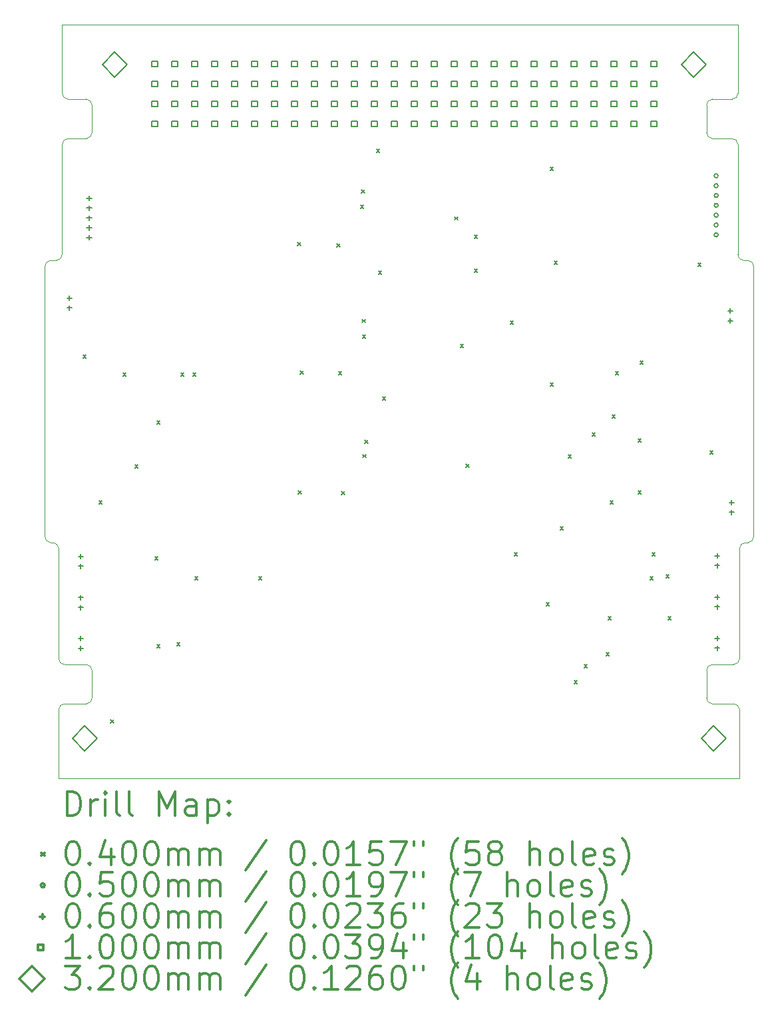
<source format=gbr>
%FSLAX45Y45*%
G04 Gerber Fmt 4.5, Leading zero omitted, Abs format (unit mm)*
G04 Created by KiCad (PCBNEW (5.1.10)-1) date 2021-11-07 17:42:40*
%MOMM*%
%LPD*%
G01*
G04 APERTURE LIST*
%TA.AperFunction,Profile*%
%ADD10C,0.050000*%
%TD*%
%ADD11C,0.200000*%
%ADD12C,0.300000*%
G04 APERTURE END LIST*
D10*
X-8722000Y-950000D02*
G75*
G02*
X-8797000Y-875000I0J75000D01*
G01*
X-8492000Y-950000D02*
G75*
G02*
X-8417000Y-1025000I0J-75000D01*
G01*
X-8492000Y-1450000D02*
G75*
G03*
X-8417000Y-1375000I0J75000D01*
G01*
X-8722000Y-1450000D02*
G75*
G03*
X-8797000Y-1525000I0J-75000D01*
G01*
X-525000Y-1450000D02*
G75*
G02*
X-600000Y-1375000I0J75000D01*
G01*
X-277000Y-1450000D02*
G75*
G02*
X-202000Y-1525000I0J-75000D01*
G01*
X-275000Y-950000D02*
G75*
G03*
X-200000Y-875000I0J75000D01*
G01*
X-525000Y-950000D02*
G75*
G03*
X-600000Y-1025000I0J-75000D01*
G01*
X-127000Y-3000000D02*
G75*
G02*
X-202000Y-2925000I0J75000D01*
G01*
X-75000Y-3000000D02*
G75*
G02*
X0Y-3075000I0J-75000D01*
G01*
X-75000Y-6589000D02*
G75*
G03*
X0Y-6514000I0J75000D01*
G01*
X-105000Y-6589000D02*
G75*
G03*
X-180000Y-6664000I0J-75000D01*
G01*
X-8917000Y-6589000D02*
G75*
G02*
X-8842000Y-6664000I0J-75000D01*
G01*
X-8942000Y-6589000D02*
G75*
G02*
X-9017000Y-6514000I0J75000D01*
G01*
X-8942000Y-3000000D02*
G75*
G03*
X-9017000Y-3075000I0J-75000D01*
G01*
X-8872000Y-3000000D02*
G75*
G03*
X-8797000Y-2925000I0J75000D01*
G01*
X-8492000Y-8139000D02*
G75*
G02*
X-8417000Y-8214000I0J-75000D01*
G01*
X-8767000Y-8139000D02*
G75*
G02*
X-8842000Y-8064000I0J75000D01*
G01*
X-8767000Y-8639000D02*
G75*
G03*
X-8842000Y-8714000I0J-75000D01*
G01*
X-8492000Y-8639000D02*
G75*
G03*
X-8417000Y-8564000I0J75000D01*
G01*
X-255000Y-8139000D02*
G75*
G03*
X-180000Y-8064000I0J75000D01*
G01*
X-525000Y-8139000D02*
G75*
G03*
X-600000Y-8214000I0J-75000D01*
G01*
X-525000Y-8639000D02*
G75*
G02*
X-600000Y-8564000I0J75000D01*
G01*
X-255000Y-8639000D02*
G75*
G02*
X-180000Y-8714000I0J-75000D01*
G01*
X-8842000Y-8714000D02*
X-8842000Y-9589000D01*
X-8492000Y-8639000D02*
X-8767000Y-8639000D01*
X-8417000Y-8214000D02*
X-8417000Y-8564000D01*
X-8767000Y-8139000D02*
X-8492000Y-8139000D01*
X-8842000Y-6664000D02*
X-8842000Y-8064000D01*
X-8942000Y-6589000D02*
X-8917000Y-6589000D01*
X-9017000Y-3075000D02*
X-9017000Y-6514000D01*
X-8872000Y-3000000D02*
X-8942000Y-3000000D01*
X-8797000Y-1525000D02*
X-8797000Y-2925000D01*
X-8492000Y-1450000D02*
X-8722000Y-1450000D01*
X-8417000Y-1025000D02*
X-8417000Y-1375000D01*
X-8722000Y-950000D02*
X-8492000Y-950000D01*
X-8797000Y0D02*
X-8797000Y-875000D01*
X-180000Y-8714000D02*
X-180000Y-9589000D01*
X-525000Y-8639000D02*
X-255000Y-8639000D01*
X-600000Y-8214000D02*
X-600000Y-8564000D01*
X-255000Y-8139000D02*
X-525000Y-8139000D01*
X-180000Y-6664000D02*
X-180000Y-8064000D01*
X-75000Y-6589000D02*
X-105000Y-6589000D01*
X0Y-3075000D02*
X0Y-6514000D01*
X-127000Y-3000000D02*
X-75000Y-3000000D01*
X-202000Y-1525000D02*
X-202000Y-2925000D01*
X-525000Y-1450000D02*
X-277000Y-1450000D01*
X-600000Y-1025000D02*
X-600000Y-1375000D01*
X-275000Y-950000D02*
X-525000Y-950000D01*
X-200000Y0D02*
X-200000Y-875000D01*
X-180000Y-9589000D02*
X-8842000Y-9589000D01*
X-8797000Y0D02*
X-200000Y0D01*
D11*
X-8532200Y-4200200D02*
X-8492200Y-4240200D01*
X-8492200Y-4200200D02*
X-8532200Y-4240200D01*
X-8329000Y-6054400D02*
X-8289000Y-6094400D01*
X-8289000Y-6054400D02*
X-8329000Y-6094400D01*
X-8181680Y-8843320D02*
X-8141680Y-8883320D01*
X-8141680Y-8843320D02*
X-8181680Y-8883320D01*
X-8024200Y-4428800D02*
X-7984200Y-4468800D01*
X-7984200Y-4428800D02*
X-8024200Y-4468800D01*
X-7871800Y-5597200D02*
X-7831800Y-5637200D01*
X-7831800Y-5597200D02*
X-7871800Y-5637200D01*
X-7617800Y-6765600D02*
X-7577800Y-6805600D01*
X-7577800Y-6765600D02*
X-7617800Y-6805600D01*
X-7592400Y-5038400D02*
X-7552400Y-5078400D01*
X-7552400Y-5038400D02*
X-7592400Y-5078400D01*
X-7592400Y-7883200D02*
X-7552400Y-7923200D01*
X-7552400Y-7883200D02*
X-7592400Y-7923200D01*
X-7338400Y-7857800D02*
X-7298400Y-7897800D01*
X-7298400Y-7857800D02*
X-7338400Y-7897800D01*
X-7287600Y-4428802D02*
X-7247600Y-4468802D01*
X-7247600Y-4428802D02*
X-7287600Y-4468802D01*
X-7135200Y-4428800D02*
X-7095200Y-4468800D01*
X-7095200Y-4428800D02*
X-7135200Y-4468800D01*
X-7109800Y-7019600D02*
X-7069800Y-7059600D01*
X-7069800Y-7019600D02*
X-7109800Y-7059600D01*
X-6297000Y-7019600D02*
X-6257000Y-7059600D01*
X-6257000Y-7019600D02*
X-6297000Y-7059600D01*
X-5801400Y-2775000D02*
X-5761400Y-2815000D01*
X-5761400Y-2775000D02*
X-5801400Y-2815000D01*
X-5796400Y-5930000D02*
X-5756400Y-5970000D01*
X-5756400Y-5930000D02*
X-5796400Y-5970000D01*
X-5771400Y-4405000D02*
X-5731400Y-4445000D01*
X-5731400Y-4405000D02*
X-5771400Y-4445000D01*
X-5301400Y-2790000D02*
X-5261400Y-2830000D01*
X-5261400Y-2790000D02*
X-5301400Y-2830000D01*
X-5281400Y-4415000D02*
X-5241400Y-4455000D01*
X-5241400Y-4415000D02*
X-5281400Y-4455000D01*
X-5246400Y-5940000D02*
X-5206400Y-5980000D01*
X-5206400Y-5940000D02*
X-5246400Y-5980000D01*
X-5003469Y-2298619D02*
X-4963469Y-2338619D01*
X-4963469Y-2298619D02*
X-5003469Y-2338619D01*
X-4991400Y-2105000D02*
X-4951400Y-2145000D01*
X-4951400Y-2105000D02*
X-4991400Y-2145000D01*
X-4979780Y-3750560D02*
X-4939780Y-3790560D01*
X-4939780Y-3750560D02*
X-4979780Y-3790560D01*
X-4976200Y-3946200D02*
X-4936200Y-3986200D01*
X-4936200Y-3946200D02*
X-4976200Y-3986200D01*
X-4972478Y-5468638D02*
X-4932478Y-5508638D01*
X-4932478Y-5468638D02*
X-4972478Y-5508638D01*
X-4946400Y-5285000D02*
X-4906400Y-5325000D01*
X-4906400Y-5285000D02*
X-4946400Y-5325000D01*
X-4798400Y-1584000D02*
X-4758400Y-1624000D01*
X-4758400Y-1584000D02*
X-4798400Y-1624000D01*
X-4773000Y-3133400D02*
X-4733000Y-3173400D01*
X-4733000Y-3133400D02*
X-4773000Y-3173400D01*
X-4722200Y-4733600D02*
X-4682200Y-4773600D01*
X-4682200Y-4733600D02*
X-4722200Y-4773600D01*
X-3806400Y-2445000D02*
X-3766400Y-2485000D01*
X-3766400Y-2445000D02*
X-3806400Y-2485000D01*
X-3731600Y-4065000D02*
X-3691600Y-4105000D01*
X-3691600Y-4065000D02*
X-3731600Y-4105000D01*
X-3661400Y-5590000D02*
X-3621400Y-5630000D01*
X-3621400Y-5590000D02*
X-3661400Y-5630000D01*
X-3553800Y-2676200D02*
X-3513800Y-2716200D01*
X-3513800Y-2676200D02*
X-3553800Y-2716200D01*
X-3553800Y-3108000D02*
X-3513800Y-3148000D01*
X-3513800Y-3108000D02*
X-3553800Y-3148000D01*
X-3096600Y-3768400D02*
X-3056600Y-3808400D01*
X-3056600Y-3768400D02*
X-3096600Y-3808400D01*
X-3045800Y-6714800D02*
X-3005800Y-6754800D01*
X-3005800Y-6714800D02*
X-3045800Y-6754800D01*
X-2639400Y-7349800D02*
X-2599400Y-7389800D01*
X-2599400Y-7349800D02*
X-2639400Y-7389800D01*
X-2588600Y-4555800D02*
X-2548600Y-4595800D01*
X-2548600Y-4555800D02*
X-2588600Y-4595800D01*
X-2588599Y-1812601D02*
X-2548599Y-1852601D01*
X-2548599Y-1812601D02*
X-2588599Y-1852601D01*
X-2537800Y-3006400D02*
X-2497800Y-3046400D01*
X-2497800Y-3006400D02*
X-2537800Y-3046400D01*
X-2461600Y-6384601D02*
X-2421600Y-6424601D01*
X-2421600Y-6384601D02*
X-2461600Y-6424601D01*
X-2360000Y-5470199D02*
X-2320000Y-5510199D01*
X-2320000Y-5470199D02*
X-2360000Y-5510199D01*
X-2283800Y-8340400D02*
X-2243800Y-8380400D01*
X-2243800Y-8340400D02*
X-2283800Y-8380400D01*
X-2156800Y-8137200D02*
X-2116800Y-8177200D01*
X-2116800Y-8137200D02*
X-2156800Y-8177200D01*
X-2055200Y-5190800D02*
X-2015200Y-5230800D01*
X-2015200Y-5190800D02*
X-2055200Y-5230800D01*
X-1877400Y-7984800D02*
X-1837400Y-8024800D01*
X-1837400Y-7984800D02*
X-1877400Y-8024800D01*
X-1852000Y-7527600D02*
X-1812000Y-7567600D01*
X-1812000Y-7527600D02*
X-1852000Y-7567600D01*
X-1826600Y-6054400D02*
X-1786600Y-6094400D01*
X-1786600Y-6054400D02*
X-1826600Y-6094400D01*
X-1801200Y-4962200D02*
X-1761200Y-5002200D01*
X-1761200Y-4962200D02*
X-1801200Y-5002200D01*
X-1759802Y-4412802D02*
X-1719802Y-4452802D01*
X-1719802Y-4412802D02*
X-1759802Y-4452802D01*
X-1471000Y-5267000D02*
X-1431000Y-5307000D01*
X-1431000Y-5267000D02*
X-1471000Y-5307000D01*
X-1471000Y-5927400D02*
X-1431000Y-5967400D01*
X-1431000Y-5927400D02*
X-1471000Y-5967400D01*
X-1445600Y-4276400D02*
X-1405600Y-4316400D01*
X-1405600Y-4276400D02*
X-1445600Y-4316400D01*
X-1318600Y-7019600D02*
X-1278600Y-7059600D01*
X-1278600Y-7019600D02*
X-1318600Y-7059600D01*
X-1293200Y-6714800D02*
X-1253200Y-6754800D01*
X-1253200Y-6714800D02*
X-1293200Y-6754800D01*
X-1115400Y-6994200D02*
X-1075400Y-7034200D01*
X-1075400Y-6994200D02*
X-1115400Y-7034200D01*
X-1090000Y-7527600D02*
X-1050000Y-7567600D01*
X-1050000Y-7527600D02*
X-1090000Y-7567600D01*
X-709000Y-3031800D02*
X-669000Y-3071800D01*
X-669000Y-3031800D02*
X-709000Y-3071800D01*
X-556600Y-5419400D02*
X-516600Y-5459400D01*
X-516600Y-5419400D02*
X-556600Y-5459400D01*
X-452418Y-1924992D02*
G75*
G03*
X-452418Y-1924992I-25000J0D01*
G01*
X-452418Y-2049992D02*
G75*
G03*
X-452418Y-2049992I-25000J0D01*
G01*
X-452418Y-2174992D02*
G75*
G03*
X-452418Y-2174992I-25000J0D01*
G01*
X-452418Y-2299992D02*
G75*
G03*
X-452418Y-2299992I-25000J0D01*
G01*
X-452418Y-2424992D02*
G75*
G03*
X-452418Y-2424992I-25000J0D01*
G01*
X-452418Y-2549992D02*
G75*
G03*
X-452418Y-2549992I-25000J0D01*
G01*
X-452418Y-2674992D02*
G75*
G03*
X-452418Y-2674992I-25000J0D01*
G01*
X-8703970Y-3448488D02*
X-8703970Y-3508488D01*
X-8733970Y-3478488D02*
X-8673970Y-3478488D01*
X-8703970Y-3573488D02*
X-8703970Y-3633488D01*
X-8733970Y-3603488D02*
X-8673970Y-3603488D01*
X-8561730Y-7777188D02*
X-8561730Y-7837188D01*
X-8591730Y-7807188D02*
X-8531730Y-7807188D01*
X-8561730Y-7902188D02*
X-8561730Y-7962188D01*
X-8591730Y-7932188D02*
X-8531730Y-7932188D01*
X-8560714Y-6734232D02*
X-8560714Y-6794232D01*
X-8590714Y-6764232D02*
X-8530714Y-6764232D01*
X-8560714Y-6859232D02*
X-8560714Y-6919232D01*
X-8590714Y-6889232D02*
X-8530714Y-6889232D01*
X-8560460Y-7256456D02*
X-8560460Y-7316456D01*
X-8590460Y-7286456D02*
X-8530460Y-7286456D01*
X-8560460Y-7381456D02*
X-8560460Y-7441456D01*
X-8590460Y-7411456D02*
X-8530460Y-7411456D01*
X-8453600Y-2179340D02*
X-8453600Y-2239340D01*
X-8483600Y-2209340D02*
X-8423600Y-2209340D01*
X-8453600Y-2304340D02*
X-8453600Y-2364340D01*
X-8483600Y-2334340D02*
X-8423600Y-2334340D01*
X-8453600Y-2429340D02*
X-8453600Y-2489340D01*
X-8483600Y-2459340D02*
X-8423600Y-2459340D01*
X-8453600Y-2554340D02*
X-8453600Y-2614340D01*
X-8483600Y-2584340D02*
X-8423600Y-2584340D01*
X-8453600Y-2679340D02*
X-8453600Y-2739340D01*
X-8483600Y-2709340D02*
X-8423600Y-2709340D01*
X-463956Y-6725342D02*
X-463956Y-6785342D01*
X-493956Y-6755342D02*
X-433956Y-6755342D01*
X-463956Y-6850342D02*
X-463956Y-6910342D01*
X-493956Y-6880342D02*
X-433956Y-6880342D01*
X-463956Y-7250138D02*
X-463956Y-7310138D01*
X-493956Y-7280138D02*
X-433956Y-7280138D01*
X-463956Y-7375138D02*
X-463956Y-7435138D01*
X-493956Y-7405138D02*
X-433956Y-7405138D01*
X-463956Y-7774394D02*
X-463956Y-7834394D01*
X-493956Y-7804394D02*
X-433956Y-7804394D01*
X-463956Y-7899394D02*
X-463956Y-7959394D01*
X-493956Y-7929394D02*
X-433956Y-7929394D01*
X-299552Y-3612282D02*
X-299552Y-3672282D01*
X-329552Y-3642282D02*
X-269552Y-3642282D01*
X-299552Y-3737282D02*
X-299552Y-3797282D01*
X-329552Y-3767282D02*
X-269552Y-3767282D01*
X-280822Y-6047702D02*
X-280822Y-6107702D01*
X-310822Y-6077702D02*
X-250822Y-6077702D01*
X-280822Y-6172702D02*
X-280822Y-6232702D01*
X-310822Y-6202702D02*
X-250822Y-6202702D01*
X-7584644Y-1047536D02*
X-7584644Y-976824D01*
X-7655356Y-976824D01*
X-7655356Y-1047536D01*
X-7584644Y-1047536D01*
X-7584644Y-1301536D02*
X-7584644Y-1230824D01*
X-7655356Y-1230824D01*
X-7655356Y-1301536D01*
X-7584644Y-1301536D01*
X-7584034Y-538266D02*
X-7584034Y-467554D01*
X-7654746Y-467554D01*
X-7654746Y-538266D01*
X-7584034Y-538266D01*
X-7584034Y-792266D02*
X-7584034Y-721554D01*
X-7654746Y-721554D01*
X-7654746Y-792266D01*
X-7584034Y-792266D01*
X-7330644Y-1047536D02*
X-7330644Y-976824D01*
X-7401356Y-976824D01*
X-7401356Y-1047536D01*
X-7330644Y-1047536D01*
X-7330644Y-1301536D02*
X-7330644Y-1230824D01*
X-7401356Y-1230824D01*
X-7401356Y-1301536D01*
X-7330644Y-1301536D01*
X-7330034Y-538266D02*
X-7330034Y-467554D01*
X-7400746Y-467554D01*
X-7400746Y-538266D01*
X-7330034Y-538266D01*
X-7330034Y-792266D02*
X-7330034Y-721554D01*
X-7400746Y-721554D01*
X-7400746Y-792266D01*
X-7330034Y-792266D01*
X-7076644Y-1047536D02*
X-7076644Y-976824D01*
X-7147356Y-976824D01*
X-7147356Y-1047536D01*
X-7076644Y-1047536D01*
X-7076644Y-1301536D02*
X-7076644Y-1230824D01*
X-7147356Y-1230824D01*
X-7147356Y-1301536D01*
X-7076644Y-1301536D01*
X-7076034Y-538266D02*
X-7076034Y-467554D01*
X-7146746Y-467554D01*
X-7146746Y-538266D01*
X-7076034Y-538266D01*
X-7076034Y-792266D02*
X-7076034Y-721554D01*
X-7146746Y-721554D01*
X-7146746Y-792266D01*
X-7076034Y-792266D01*
X-6822644Y-1047536D02*
X-6822644Y-976824D01*
X-6893356Y-976824D01*
X-6893356Y-1047536D01*
X-6822644Y-1047536D01*
X-6822644Y-1301536D02*
X-6822644Y-1230824D01*
X-6893356Y-1230824D01*
X-6893356Y-1301536D01*
X-6822644Y-1301536D01*
X-6822034Y-538266D02*
X-6822034Y-467554D01*
X-6892746Y-467554D01*
X-6892746Y-538266D01*
X-6822034Y-538266D01*
X-6822034Y-792266D02*
X-6822034Y-721554D01*
X-6892746Y-721554D01*
X-6892746Y-792266D01*
X-6822034Y-792266D01*
X-6568644Y-1047536D02*
X-6568644Y-976824D01*
X-6639356Y-976824D01*
X-6639356Y-1047536D01*
X-6568644Y-1047536D01*
X-6568644Y-1301536D02*
X-6568644Y-1230824D01*
X-6639356Y-1230824D01*
X-6639356Y-1301536D01*
X-6568644Y-1301536D01*
X-6568034Y-538266D02*
X-6568034Y-467554D01*
X-6638746Y-467554D01*
X-6638746Y-538266D01*
X-6568034Y-538266D01*
X-6568034Y-792266D02*
X-6568034Y-721554D01*
X-6638746Y-721554D01*
X-6638746Y-792266D01*
X-6568034Y-792266D01*
X-6314644Y-1047536D02*
X-6314644Y-976824D01*
X-6385356Y-976824D01*
X-6385356Y-1047536D01*
X-6314644Y-1047536D01*
X-6314644Y-1301536D02*
X-6314644Y-1230824D01*
X-6385356Y-1230824D01*
X-6385356Y-1301536D01*
X-6314644Y-1301536D01*
X-6314034Y-538266D02*
X-6314034Y-467554D01*
X-6384746Y-467554D01*
X-6384746Y-538266D01*
X-6314034Y-538266D01*
X-6314034Y-792266D02*
X-6314034Y-721554D01*
X-6384746Y-721554D01*
X-6384746Y-792266D01*
X-6314034Y-792266D01*
X-6060644Y-1047536D02*
X-6060644Y-976824D01*
X-6131356Y-976824D01*
X-6131356Y-1047536D01*
X-6060644Y-1047536D01*
X-6060644Y-1301536D02*
X-6060644Y-1230824D01*
X-6131356Y-1230824D01*
X-6131356Y-1301536D01*
X-6060644Y-1301536D01*
X-6060034Y-538266D02*
X-6060034Y-467554D01*
X-6130746Y-467554D01*
X-6130746Y-538266D01*
X-6060034Y-538266D01*
X-6060034Y-792266D02*
X-6060034Y-721554D01*
X-6130746Y-721554D01*
X-6130746Y-792266D01*
X-6060034Y-792266D01*
X-5806644Y-1047536D02*
X-5806644Y-976824D01*
X-5877356Y-976824D01*
X-5877356Y-1047536D01*
X-5806644Y-1047536D01*
X-5806644Y-1301536D02*
X-5806644Y-1230824D01*
X-5877356Y-1230824D01*
X-5877356Y-1301536D01*
X-5806644Y-1301536D01*
X-5806034Y-538266D02*
X-5806034Y-467554D01*
X-5876746Y-467554D01*
X-5876746Y-538266D01*
X-5806034Y-538266D01*
X-5806034Y-792266D02*
X-5806034Y-721554D01*
X-5876746Y-721554D01*
X-5876746Y-792266D01*
X-5806034Y-792266D01*
X-5552644Y-1047536D02*
X-5552644Y-976824D01*
X-5623356Y-976824D01*
X-5623356Y-1047536D01*
X-5552644Y-1047536D01*
X-5552644Y-1301536D02*
X-5552644Y-1230824D01*
X-5623356Y-1230824D01*
X-5623356Y-1301536D01*
X-5552644Y-1301536D01*
X-5552034Y-538266D02*
X-5552034Y-467554D01*
X-5622746Y-467554D01*
X-5622746Y-538266D01*
X-5552034Y-538266D01*
X-5552034Y-792266D02*
X-5552034Y-721554D01*
X-5622746Y-721554D01*
X-5622746Y-792266D01*
X-5552034Y-792266D01*
X-5298644Y-1047536D02*
X-5298644Y-976824D01*
X-5369356Y-976824D01*
X-5369356Y-1047536D01*
X-5298644Y-1047536D01*
X-5298644Y-1301536D02*
X-5298644Y-1230824D01*
X-5369356Y-1230824D01*
X-5369356Y-1301536D01*
X-5298644Y-1301536D01*
X-5298034Y-538266D02*
X-5298034Y-467554D01*
X-5368746Y-467554D01*
X-5368746Y-538266D01*
X-5298034Y-538266D01*
X-5298034Y-792266D02*
X-5298034Y-721554D01*
X-5368746Y-721554D01*
X-5368746Y-792266D01*
X-5298034Y-792266D01*
X-5044644Y-1047536D02*
X-5044644Y-976824D01*
X-5115356Y-976824D01*
X-5115356Y-1047536D01*
X-5044644Y-1047536D01*
X-5044644Y-1301536D02*
X-5044644Y-1230824D01*
X-5115356Y-1230824D01*
X-5115356Y-1301536D01*
X-5044644Y-1301536D01*
X-5044034Y-538266D02*
X-5044034Y-467554D01*
X-5114746Y-467554D01*
X-5114746Y-538266D01*
X-5044034Y-538266D01*
X-5044034Y-792266D02*
X-5044034Y-721554D01*
X-5114746Y-721554D01*
X-5114746Y-792266D01*
X-5044034Y-792266D01*
X-4790644Y-1047536D02*
X-4790644Y-976824D01*
X-4861356Y-976824D01*
X-4861356Y-1047536D01*
X-4790644Y-1047536D01*
X-4790644Y-1301536D02*
X-4790644Y-1230824D01*
X-4861356Y-1230824D01*
X-4861356Y-1301536D01*
X-4790644Y-1301536D01*
X-4790034Y-538266D02*
X-4790034Y-467554D01*
X-4860746Y-467554D01*
X-4860746Y-538266D01*
X-4790034Y-538266D01*
X-4790034Y-792266D02*
X-4790034Y-721554D01*
X-4860746Y-721554D01*
X-4860746Y-792266D01*
X-4790034Y-792266D01*
X-4536644Y-1047536D02*
X-4536644Y-976824D01*
X-4607356Y-976824D01*
X-4607356Y-1047536D01*
X-4536644Y-1047536D01*
X-4536644Y-1301536D02*
X-4536644Y-1230824D01*
X-4607356Y-1230824D01*
X-4607356Y-1301536D01*
X-4536644Y-1301536D01*
X-4536034Y-538266D02*
X-4536034Y-467554D01*
X-4606746Y-467554D01*
X-4606746Y-538266D01*
X-4536034Y-538266D01*
X-4536034Y-792266D02*
X-4536034Y-721554D01*
X-4606746Y-721554D01*
X-4606746Y-792266D01*
X-4536034Y-792266D01*
X-4282644Y-1047536D02*
X-4282644Y-976824D01*
X-4353356Y-976824D01*
X-4353356Y-1047536D01*
X-4282644Y-1047536D01*
X-4282644Y-1301536D02*
X-4282644Y-1230824D01*
X-4353356Y-1230824D01*
X-4353356Y-1301536D01*
X-4282644Y-1301536D01*
X-4282034Y-538266D02*
X-4282034Y-467554D01*
X-4352746Y-467554D01*
X-4352746Y-538266D01*
X-4282034Y-538266D01*
X-4282034Y-792266D02*
X-4282034Y-721554D01*
X-4352746Y-721554D01*
X-4352746Y-792266D01*
X-4282034Y-792266D01*
X-4028644Y-1047536D02*
X-4028644Y-976824D01*
X-4099356Y-976824D01*
X-4099356Y-1047536D01*
X-4028644Y-1047536D01*
X-4028644Y-1301536D02*
X-4028644Y-1230824D01*
X-4099356Y-1230824D01*
X-4099356Y-1301536D01*
X-4028644Y-1301536D01*
X-4028034Y-538266D02*
X-4028034Y-467554D01*
X-4098746Y-467554D01*
X-4098746Y-538266D01*
X-4028034Y-538266D01*
X-4028034Y-792266D02*
X-4028034Y-721554D01*
X-4098746Y-721554D01*
X-4098746Y-792266D01*
X-4028034Y-792266D01*
X-3774644Y-1047536D02*
X-3774644Y-976824D01*
X-3845356Y-976824D01*
X-3845356Y-1047536D01*
X-3774644Y-1047536D01*
X-3774644Y-1301536D02*
X-3774644Y-1230824D01*
X-3845356Y-1230824D01*
X-3845356Y-1301536D01*
X-3774644Y-1301536D01*
X-3774034Y-538266D02*
X-3774034Y-467554D01*
X-3844746Y-467554D01*
X-3844746Y-538266D01*
X-3774034Y-538266D01*
X-3774034Y-792266D02*
X-3774034Y-721554D01*
X-3844746Y-721554D01*
X-3844746Y-792266D01*
X-3774034Y-792266D01*
X-3520644Y-1047536D02*
X-3520644Y-976824D01*
X-3591356Y-976824D01*
X-3591356Y-1047536D01*
X-3520644Y-1047536D01*
X-3520644Y-1301536D02*
X-3520644Y-1230824D01*
X-3591356Y-1230824D01*
X-3591356Y-1301536D01*
X-3520644Y-1301536D01*
X-3520034Y-538266D02*
X-3520034Y-467554D01*
X-3590746Y-467554D01*
X-3590746Y-538266D01*
X-3520034Y-538266D01*
X-3520034Y-792266D02*
X-3520034Y-721554D01*
X-3590746Y-721554D01*
X-3590746Y-792266D01*
X-3520034Y-792266D01*
X-3266644Y-1047536D02*
X-3266644Y-976824D01*
X-3337356Y-976824D01*
X-3337356Y-1047536D01*
X-3266644Y-1047536D01*
X-3266644Y-1301536D02*
X-3266644Y-1230824D01*
X-3337356Y-1230824D01*
X-3337356Y-1301536D01*
X-3266644Y-1301536D01*
X-3266034Y-538266D02*
X-3266034Y-467554D01*
X-3336746Y-467554D01*
X-3336746Y-538266D01*
X-3266034Y-538266D01*
X-3266034Y-792266D02*
X-3266034Y-721554D01*
X-3336746Y-721554D01*
X-3336746Y-792266D01*
X-3266034Y-792266D01*
X-3012644Y-1047536D02*
X-3012644Y-976824D01*
X-3083356Y-976824D01*
X-3083356Y-1047536D01*
X-3012644Y-1047536D01*
X-3012644Y-1301536D02*
X-3012644Y-1230824D01*
X-3083356Y-1230824D01*
X-3083356Y-1301536D01*
X-3012644Y-1301536D01*
X-3012034Y-538266D02*
X-3012034Y-467554D01*
X-3082746Y-467554D01*
X-3082746Y-538266D01*
X-3012034Y-538266D01*
X-3012034Y-792266D02*
X-3012034Y-721554D01*
X-3082746Y-721554D01*
X-3082746Y-792266D01*
X-3012034Y-792266D01*
X-2758644Y-1047536D02*
X-2758644Y-976824D01*
X-2829356Y-976824D01*
X-2829356Y-1047536D01*
X-2758644Y-1047536D01*
X-2758644Y-1301536D02*
X-2758644Y-1230824D01*
X-2829356Y-1230824D01*
X-2829356Y-1301536D01*
X-2758644Y-1301536D01*
X-2758034Y-538266D02*
X-2758034Y-467554D01*
X-2828746Y-467554D01*
X-2828746Y-538266D01*
X-2758034Y-538266D01*
X-2758034Y-792266D02*
X-2758034Y-721554D01*
X-2828746Y-721554D01*
X-2828746Y-792266D01*
X-2758034Y-792266D01*
X-2504644Y-1047536D02*
X-2504644Y-976824D01*
X-2575356Y-976824D01*
X-2575356Y-1047536D01*
X-2504644Y-1047536D01*
X-2504644Y-1301536D02*
X-2504644Y-1230824D01*
X-2575356Y-1230824D01*
X-2575356Y-1301536D01*
X-2504644Y-1301536D01*
X-2504034Y-538266D02*
X-2504034Y-467554D01*
X-2574746Y-467554D01*
X-2574746Y-538266D01*
X-2504034Y-538266D01*
X-2504034Y-792266D02*
X-2504034Y-721554D01*
X-2574746Y-721554D01*
X-2574746Y-792266D01*
X-2504034Y-792266D01*
X-2250644Y-1047536D02*
X-2250644Y-976824D01*
X-2321356Y-976824D01*
X-2321356Y-1047536D01*
X-2250644Y-1047536D01*
X-2250644Y-1301536D02*
X-2250644Y-1230824D01*
X-2321356Y-1230824D01*
X-2321356Y-1301536D01*
X-2250644Y-1301536D01*
X-2250034Y-538266D02*
X-2250034Y-467554D01*
X-2320746Y-467554D01*
X-2320746Y-538266D01*
X-2250034Y-538266D01*
X-2250034Y-792266D02*
X-2250034Y-721554D01*
X-2320746Y-721554D01*
X-2320746Y-792266D01*
X-2250034Y-792266D01*
X-1996644Y-1047536D02*
X-1996644Y-976824D01*
X-2067356Y-976824D01*
X-2067356Y-1047536D01*
X-1996644Y-1047536D01*
X-1996644Y-1301536D02*
X-1996644Y-1230824D01*
X-2067356Y-1230824D01*
X-2067356Y-1301536D01*
X-1996644Y-1301536D01*
X-1996034Y-538266D02*
X-1996034Y-467554D01*
X-2066746Y-467554D01*
X-2066746Y-538266D01*
X-1996034Y-538266D01*
X-1996034Y-792266D02*
X-1996034Y-721554D01*
X-2066746Y-721554D01*
X-2066746Y-792266D01*
X-1996034Y-792266D01*
X-1742644Y-1047536D02*
X-1742644Y-976824D01*
X-1813356Y-976824D01*
X-1813356Y-1047536D01*
X-1742644Y-1047536D01*
X-1742644Y-1301536D02*
X-1742644Y-1230824D01*
X-1813356Y-1230824D01*
X-1813356Y-1301536D01*
X-1742644Y-1301536D01*
X-1742034Y-538266D02*
X-1742034Y-467554D01*
X-1812746Y-467554D01*
X-1812746Y-538266D01*
X-1742034Y-538266D01*
X-1742034Y-792266D02*
X-1742034Y-721554D01*
X-1812746Y-721554D01*
X-1812746Y-792266D01*
X-1742034Y-792266D01*
X-1488644Y-1047536D02*
X-1488644Y-976824D01*
X-1559356Y-976824D01*
X-1559356Y-1047536D01*
X-1488644Y-1047536D01*
X-1488644Y-1301536D02*
X-1488644Y-1230824D01*
X-1559356Y-1230824D01*
X-1559356Y-1301536D01*
X-1488644Y-1301536D01*
X-1488034Y-538266D02*
X-1488034Y-467554D01*
X-1558746Y-467554D01*
X-1558746Y-538266D01*
X-1488034Y-538266D01*
X-1488034Y-792266D02*
X-1488034Y-721554D01*
X-1558746Y-721554D01*
X-1558746Y-792266D01*
X-1488034Y-792266D01*
X-1234644Y-1047536D02*
X-1234644Y-976824D01*
X-1305356Y-976824D01*
X-1305356Y-1047536D01*
X-1234644Y-1047536D01*
X-1234644Y-1301536D02*
X-1234644Y-1230824D01*
X-1305356Y-1230824D01*
X-1305356Y-1301536D01*
X-1234644Y-1301536D01*
X-1234034Y-538266D02*
X-1234034Y-467554D01*
X-1304746Y-467554D01*
X-1304746Y-538266D01*
X-1234034Y-538266D01*
X-1234034Y-792266D02*
X-1234034Y-721554D01*
X-1304746Y-721554D01*
X-1304746Y-792266D01*
X-1234034Y-792266D01*
X-8509000Y-9241000D02*
X-8349000Y-9081000D01*
X-8509000Y-8921000D01*
X-8669000Y-9081000D01*
X-8509000Y-9241000D01*
X-8128000Y-668000D02*
X-7968000Y-508000D01*
X-8128000Y-348000D01*
X-8288000Y-508000D01*
X-8128000Y-668000D01*
X-762000Y-668000D02*
X-602000Y-508000D01*
X-762000Y-348000D01*
X-922000Y-508000D01*
X-762000Y-668000D01*
X-508000Y-9241000D02*
X-348000Y-9081000D01*
X-508000Y-8921000D01*
X-668000Y-9081000D01*
X-508000Y-9241000D01*
D12*
X-8733072Y-10057214D02*
X-8733072Y-9757214D01*
X-8661643Y-9757214D01*
X-8618786Y-9771500D01*
X-8590214Y-9800072D01*
X-8575929Y-9828643D01*
X-8561643Y-9885786D01*
X-8561643Y-9928643D01*
X-8575929Y-9985786D01*
X-8590214Y-10014357D01*
X-8618786Y-10042929D01*
X-8661643Y-10057214D01*
X-8733072Y-10057214D01*
X-8433072Y-10057214D02*
X-8433072Y-9857214D01*
X-8433072Y-9914357D02*
X-8418786Y-9885786D01*
X-8404500Y-9871500D01*
X-8375929Y-9857214D01*
X-8347357Y-9857214D01*
X-8247357Y-10057214D02*
X-8247357Y-9857214D01*
X-8247357Y-9757214D02*
X-8261643Y-9771500D01*
X-8247357Y-9785786D01*
X-8233072Y-9771500D01*
X-8247357Y-9757214D01*
X-8247357Y-9785786D01*
X-8061643Y-10057214D02*
X-8090214Y-10042929D01*
X-8104500Y-10014357D01*
X-8104500Y-9757214D01*
X-7904500Y-10057214D02*
X-7933072Y-10042929D01*
X-7947357Y-10014357D01*
X-7947357Y-9757214D01*
X-7561643Y-10057214D02*
X-7561643Y-9757214D01*
X-7461643Y-9971500D01*
X-7361643Y-9757214D01*
X-7361643Y-10057214D01*
X-7090214Y-10057214D02*
X-7090214Y-9900072D01*
X-7104500Y-9871500D01*
X-7133072Y-9857214D01*
X-7190214Y-9857214D01*
X-7218786Y-9871500D01*
X-7090214Y-10042929D02*
X-7118786Y-10057214D01*
X-7190214Y-10057214D01*
X-7218786Y-10042929D01*
X-7233072Y-10014357D01*
X-7233072Y-9985786D01*
X-7218786Y-9957214D01*
X-7190214Y-9942929D01*
X-7118786Y-9942929D01*
X-7090214Y-9928643D01*
X-6947357Y-9857214D02*
X-6947357Y-10157214D01*
X-6947357Y-9871500D02*
X-6918786Y-9857214D01*
X-6861643Y-9857214D01*
X-6833072Y-9871500D01*
X-6818786Y-9885786D01*
X-6804500Y-9914357D01*
X-6804500Y-10000072D01*
X-6818786Y-10028643D01*
X-6833072Y-10042929D01*
X-6861643Y-10057214D01*
X-6918786Y-10057214D01*
X-6947357Y-10042929D01*
X-6675929Y-10028643D02*
X-6661643Y-10042929D01*
X-6675929Y-10057214D01*
X-6690214Y-10042929D01*
X-6675929Y-10028643D01*
X-6675929Y-10057214D01*
X-6675929Y-9871500D02*
X-6661643Y-9885786D01*
X-6675929Y-9900072D01*
X-6690214Y-9885786D01*
X-6675929Y-9871500D01*
X-6675929Y-9900072D01*
X-9059500Y-10531500D02*
X-9019500Y-10571500D01*
X-9019500Y-10531500D02*
X-9059500Y-10571500D01*
X-8675929Y-10387214D02*
X-8647357Y-10387214D01*
X-8618786Y-10401500D01*
X-8604500Y-10415786D01*
X-8590214Y-10444357D01*
X-8575929Y-10501500D01*
X-8575929Y-10572929D01*
X-8590214Y-10630072D01*
X-8604500Y-10658643D01*
X-8618786Y-10672929D01*
X-8647357Y-10687214D01*
X-8675929Y-10687214D01*
X-8704500Y-10672929D01*
X-8718786Y-10658643D01*
X-8733072Y-10630072D01*
X-8747357Y-10572929D01*
X-8747357Y-10501500D01*
X-8733072Y-10444357D01*
X-8718786Y-10415786D01*
X-8704500Y-10401500D01*
X-8675929Y-10387214D01*
X-8447357Y-10658643D02*
X-8433072Y-10672929D01*
X-8447357Y-10687214D01*
X-8461643Y-10672929D01*
X-8447357Y-10658643D01*
X-8447357Y-10687214D01*
X-8175929Y-10487214D02*
X-8175929Y-10687214D01*
X-8247357Y-10372929D02*
X-8318786Y-10587214D01*
X-8133072Y-10587214D01*
X-7961643Y-10387214D02*
X-7933072Y-10387214D01*
X-7904500Y-10401500D01*
X-7890214Y-10415786D01*
X-7875929Y-10444357D01*
X-7861643Y-10501500D01*
X-7861643Y-10572929D01*
X-7875929Y-10630072D01*
X-7890214Y-10658643D01*
X-7904500Y-10672929D01*
X-7933072Y-10687214D01*
X-7961643Y-10687214D01*
X-7990214Y-10672929D01*
X-8004500Y-10658643D01*
X-8018786Y-10630072D01*
X-8033072Y-10572929D01*
X-8033072Y-10501500D01*
X-8018786Y-10444357D01*
X-8004500Y-10415786D01*
X-7990214Y-10401500D01*
X-7961643Y-10387214D01*
X-7675929Y-10387214D02*
X-7647357Y-10387214D01*
X-7618786Y-10401500D01*
X-7604500Y-10415786D01*
X-7590214Y-10444357D01*
X-7575929Y-10501500D01*
X-7575929Y-10572929D01*
X-7590214Y-10630072D01*
X-7604500Y-10658643D01*
X-7618786Y-10672929D01*
X-7647357Y-10687214D01*
X-7675929Y-10687214D01*
X-7704500Y-10672929D01*
X-7718786Y-10658643D01*
X-7733072Y-10630072D01*
X-7747357Y-10572929D01*
X-7747357Y-10501500D01*
X-7733072Y-10444357D01*
X-7718786Y-10415786D01*
X-7704500Y-10401500D01*
X-7675929Y-10387214D01*
X-7447357Y-10687214D02*
X-7447357Y-10487214D01*
X-7447357Y-10515786D02*
X-7433072Y-10501500D01*
X-7404500Y-10487214D01*
X-7361643Y-10487214D01*
X-7333072Y-10501500D01*
X-7318786Y-10530072D01*
X-7318786Y-10687214D01*
X-7318786Y-10530072D02*
X-7304500Y-10501500D01*
X-7275929Y-10487214D01*
X-7233072Y-10487214D01*
X-7204500Y-10501500D01*
X-7190214Y-10530072D01*
X-7190214Y-10687214D01*
X-7047357Y-10687214D02*
X-7047357Y-10487214D01*
X-7047357Y-10515786D02*
X-7033072Y-10501500D01*
X-7004500Y-10487214D01*
X-6961643Y-10487214D01*
X-6933072Y-10501500D01*
X-6918786Y-10530072D01*
X-6918786Y-10687214D01*
X-6918786Y-10530072D02*
X-6904500Y-10501500D01*
X-6875929Y-10487214D01*
X-6833072Y-10487214D01*
X-6804500Y-10501500D01*
X-6790214Y-10530072D01*
X-6790214Y-10687214D01*
X-6204500Y-10372929D02*
X-6461643Y-10758643D01*
X-5818786Y-10387214D02*
X-5790214Y-10387214D01*
X-5761643Y-10401500D01*
X-5747357Y-10415786D01*
X-5733072Y-10444357D01*
X-5718786Y-10501500D01*
X-5718786Y-10572929D01*
X-5733072Y-10630072D01*
X-5747357Y-10658643D01*
X-5761643Y-10672929D01*
X-5790214Y-10687214D01*
X-5818786Y-10687214D01*
X-5847357Y-10672929D01*
X-5861643Y-10658643D01*
X-5875929Y-10630072D01*
X-5890214Y-10572929D01*
X-5890214Y-10501500D01*
X-5875929Y-10444357D01*
X-5861643Y-10415786D01*
X-5847357Y-10401500D01*
X-5818786Y-10387214D01*
X-5590214Y-10658643D02*
X-5575929Y-10672929D01*
X-5590214Y-10687214D01*
X-5604500Y-10672929D01*
X-5590214Y-10658643D01*
X-5590214Y-10687214D01*
X-5390214Y-10387214D02*
X-5361643Y-10387214D01*
X-5333072Y-10401500D01*
X-5318786Y-10415786D01*
X-5304500Y-10444357D01*
X-5290214Y-10501500D01*
X-5290214Y-10572929D01*
X-5304500Y-10630072D01*
X-5318786Y-10658643D01*
X-5333072Y-10672929D01*
X-5361643Y-10687214D01*
X-5390214Y-10687214D01*
X-5418786Y-10672929D01*
X-5433072Y-10658643D01*
X-5447357Y-10630072D01*
X-5461643Y-10572929D01*
X-5461643Y-10501500D01*
X-5447357Y-10444357D01*
X-5433072Y-10415786D01*
X-5418786Y-10401500D01*
X-5390214Y-10387214D01*
X-5004500Y-10687214D02*
X-5175929Y-10687214D01*
X-5090214Y-10687214D02*
X-5090214Y-10387214D01*
X-5118786Y-10430072D01*
X-5147357Y-10458643D01*
X-5175929Y-10472929D01*
X-4733072Y-10387214D02*
X-4875929Y-10387214D01*
X-4890214Y-10530072D01*
X-4875929Y-10515786D01*
X-4847357Y-10501500D01*
X-4775929Y-10501500D01*
X-4747357Y-10515786D01*
X-4733072Y-10530072D01*
X-4718786Y-10558643D01*
X-4718786Y-10630072D01*
X-4733072Y-10658643D01*
X-4747357Y-10672929D01*
X-4775929Y-10687214D01*
X-4847357Y-10687214D01*
X-4875929Y-10672929D01*
X-4890214Y-10658643D01*
X-4618786Y-10387214D02*
X-4418786Y-10387214D01*
X-4547357Y-10687214D01*
X-4318786Y-10387214D02*
X-4318786Y-10444357D01*
X-4204500Y-10387214D02*
X-4204500Y-10444357D01*
X-3761643Y-10801500D02*
X-3775929Y-10787214D01*
X-3804500Y-10744357D01*
X-3818786Y-10715786D01*
X-3833072Y-10672929D01*
X-3847357Y-10601500D01*
X-3847357Y-10544357D01*
X-3833072Y-10472929D01*
X-3818786Y-10430072D01*
X-3804500Y-10401500D01*
X-3775929Y-10358643D01*
X-3761643Y-10344357D01*
X-3504500Y-10387214D02*
X-3647357Y-10387214D01*
X-3661643Y-10530072D01*
X-3647357Y-10515786D01*
X-3618786Y-10501500D01*
X-3547357Y-10501500D01*
X-3518786Y-10515786D01*
X-3504500Y-10530072D01*
X-3490214Y-10558643D01*
X-3490214Y-10630072D01*
X-3504500Y-10658643D01*
X-3518786Y-10672929D01*
X-3547357Y-10687214D01*
X-3618786Y-10687214D01*
X-3647357Y-10672929D01*
X-3661643Y-10658643D01*
X-3318786Y-10515786D02*
X-3347357Y-10501500D01*
X-3361643Y-10487214D01*
X-3375929Y-10458643D01*
X-3375929Y-10444357D01*
X-3361643Y-10415786D01*
X-3347357Y-10401500D01*
X-3318786Y-10387214D01*
X-3261643Y-10387214D01*
X-3233072Y-10401500D01*
X-3218786Y-10415786D01*
X-3204500Y-10444357D01*
X-3204500Y-10458643D01*
X-3218786Y-10487214D01*
X-3233072Y-10501500D01*
X-3261643Y-10515786D01*
X-3318786Y-10515786D01*
X-3347357Y-10530072D01*
X-3361643Y-10544357D01*
X-3375929Y-10572929D01*
X-3375929Y-10630072D01*
X-3361643Y-10658643D01*
X-3347357Y-10672929D01*
X-3318786Y-10687214D01*
X-3261643Y-10687214D01*
X-3233072Y-10672929D01*
X-3218786Y-10658643D01*
X-3204500Y-10630072D01*
X-3204500Y-10572929D01*
X-3218786Y-10544357D01*
X-3233072Y-10530072D01*
X-3261643Y-10515786D01*
X-2847357Y-10687214D02*
X-2847357Y-10387214D01*
X-2718786Y-10687214D02*
X-2718786Y-10530072D01*
X-2733072Y-10501500D01*
X-2761643Y-10487214D01*
X-2804500Y-10487214D01*
X-2833072Y-10501500D01*
X-2847357Y-10515786D01*
X-2533072Y-10687214D02*
X-2561643Y-10672929D01*
X-2575929Y-10658643D01*
X-2590214Y-10630072D01*
X-2590214Y-10544357D01*
X-2575929Y-10515786D01*
X-2561643Y-10501500D01*
X-2533072Y-10487214D01*
X-2490214Y-10487214D01*
X-2461643Y-10501500D01*
X-2447357Y-10515786D01*
X-2433072Y-10544357D01*
X-2433072Y-10630072D01*
X-2447357Y-10658643D01*
X-2461643Y-10672929D01*
X-2490214Y-10687214D01*
X-2533072Y-10687214D01*
X-2261643Y-10687214D02*
X-2290214Y-10672929D01*
X-2304500Y-10644357D01*
X-2304500Y-10387214D01*
X-2033072Y-10672929D02*
X-2061643Y-10687214D01*
X-2118786Y-10687214D01*
X-2147357Y-10672929D01*
X-2161643Y-10644357D01*
X-2161643Y-10530072D01*
X-2147357Y-10501500D01*
X-2118786Y-10487214D01*
X-2061643Y-10487214D01*
X-2033072Y-10501500D01*
X-2018786Y-10530072D01*
X-2018786Y-10558643D01*
X-2161643Y-10587214D01*
X-1904500Y-10672929D02*
X-1875929Y-10687214D01*
X-1818786Y-10687214D01*
X-1790214Y-10672929D01*
X-1775929Y-10644357D01*
X-1775929Y-10630072D01*
X-1790214Y-10601500D01*
X-1818786Y-10587214D01*
X-1861643Y-10587214D01*
X-1890214Y-10572929D01*
X-1904500Y-10544357D01*
X-1904500Y-10530072D01*
X-1890214Y-10501500D01*
X-1861643Y-10487214D01*
X-1818786Y-10487214D01*
X-1790214Y-10501500D01*
X-1675929Y-10801500D02*
X-1661643Y-10787214D01*
X-1633072Y-10744357D01*
X-1618786Y-10715786D01*
X-1604500Y-10672929D01*
X-1590214Y-10601500D01*
X-1590214Y-10544357D01*
X-1604500Y-10472929D01*
X-1618786Y-10430072D01*
X-1633072Y-10401500D01*
X-1661643Y-10358643D01*
X-1675929Y-10344357D01*
X-9019500Y-10947500D02*
G75*
G03*
X-9019500Y-10947500I-25000J0D01*
G01*
X-8675929Y-10783214D02*
X-8647357Y-10783214D01*
X-8618786Y-10797500D01*
X-8604500Y-10811786D01*
X-8590214Y-10840357D01*
X-8575929Y-10897500D01*
X-8575929Y-10968929D01*
X-8590214Y-11026072D01*
X-8604500Y-11054643D01*
X-8618786Y-11068929D01*
X-8647357Y-11083214D01*
X-8675929Y-11083214D01*
X-8704500Y-11068929D01*
X-8718786Y-11054643D01*
X-8733072Y-11026072D01*
X-8747357Y-10968929D01*
X-8747357Y-10897500D01*
X-8733072Y-10840357D01*
X-8718786Y-10811786D01*
X-8704500Y-10797500D01*
X-8675929Y-10783214D01*
X-8447357Y-11054643D02*
X-8433072Y-11068929D01*
X-8447357Y-11083214D01*
X-8461643Y-11068929D01*
X-8447357Y-11054643D01*
X-8447357Y-11083214D01*
X-8161643Y-10783214D02*
X-8304500Y-10783214D01*
X-8318786Y-10926072D01*
X-8304500Y-10911786D01*
X-8275929Y-10897500D01*
X-8204500Y-10897500D01*
X-8175929Y-10911786D01*
X-8161643Y-10926072D01*
X-8147357Y-10954643D01*
X-8147357Y-11026072D01*
X-8161643Y-11054643D01*
X-8175929Y-11068929D01*
X-8204500Y-11083214D01*
X-8275929Y-11083214D01*
X-8304500Y-11068929D01*
X-8318786Y-11054643D01*
X-7961643Y-10783214D02*
X-7933072Y-10783214D01*
X-7904500Y-10797500D01*
X-7890214Y-10811786D01*
X-7875929Y-10840357D01*
X-7861643Y-10897500D01*
X-7861643Y-10968929D01*
X-7875929Y-11026072D01*
X-7890214Y-11054643D01*
X-7904500Y-11068929D01*
X-7933072Y-11083214D01*
X-7961643Y-11083214D01*
X-7990214Y-11068929D01*
X-8004500Y-11054643D01*
X-8018786Y-11026072D01*
X-8033072Y-10968929D01*
X-8033072Y-10897500D01*
X-8018786Y-10840357D01*
X-8004500Y-10811786D01*
X-7990214Y-10797500D01*
X-7961643Y-10783214D01*
X-7675929Y-10783214D02*
X-7647357Y-10783214D01*
X-7618786Y-10797500D01*
X-7604500Y-10811786D01*
X-7590214Y-10840357D01*
X-7575929Y-10897500D01*
X-7575929Y-10968929D01*
X-7590214Y-11026072D01*
X-7604500Y-11054643D01*
X-7618786Y-11068929D01*
X-7647357Y-11083214D01*
X-7675929Y-11083214D01*
X-7704500Y-11068929D01*
X-7718786Y-11054643D01*
X-7733072Y-11026072D01*
X-7747357Y-10968929D01*
X-7747357Y-10897500D01*
X-7733072Y-10840357D01*
X-7718786Y-10811786D01*
X-7704500Y-10797500D01*
X-7675929Y-10783214D01*
X-7447357Y-11083214D02*
X-7447357Y-10883214D01*
X-7447357Y-10911786D02*
X-7433072Y-10897500D01*
X-7404500Y-10883214D01*
X-7361643Y-10883214D01*
X-7333072Y-10897500D01*
X-7318786Y-10926072D01*
X-7318786Y-11083214D01*
X-7318786Y-10926072D02*
X-7304500Y-10897500D01*
X-7275929Y-10883214D01*
X-7233072Y-10883214D01*
X-7204500Y-10897500D01*
X-7190214Y-10926072D01*
X-7190214Y-11083214D01*
X-7047357Y-11083214D02*
X-7047357Y-10883214D01*
X-7047357Y-10911786D02*
X-7033072Y-10897500D01*
X-7004500Y-10883214D01*
X-6961643Y-10883214D01*
X-6933072Y-10897500D01*
X-6918786Y-10926072D01*
X-6918786Y-11083214D01*
X-6918786Y-10926072D02*
X-6904500Y-10897500D01*
X-6875929Y-10883214D01*
X-6833072Y-10883214D01*
X-6804500Y-10897500D01*
X-6790214Y-10926072D01*
X-6790214Y-11083214D01*
X-6204500Y-10768929D02*
X-6461643Y-11154643D01*
X-5818786Y-10783214D02*
X-5790214Y-10783214D01*
X-5761643Y-10797500D01*
X-5747357Y-10811786D01*
X-5733072Y-10840357D01*
X-5718786Y-10897500D01*
X-5718786Y-10968929D01*
X-5733072Y-11026072D01*
X-5747357Y-11054643D01*
X-5761643Y-11068929D01*
X-5790214Y-11083214D01*
X-5818786Y-11083214D01*
X-5847357Y-11068929D01*
X-5861643Y-11054643D01*
X-5875929Y-11026072D01*
X-5890214Y-10968929D01*
X-5890214Y-10897500D01*
X-5875929Y-10840357D01*
X-5861643Y-10811786D01*
X-5847357Y-10797500D01*
X-5818786Y-10783214D01*
X-5590214Y-11054643D02*
X-5575929Y-11068929D01*
X-5590214Y-11083214D01*
X-5604500Y-11068929D01*
X-5590214Y-11054643D01*
X-5590214Y-11083214D01*
X-5390214Y-10783214D02*
X-5361643Y-10783214D01*
X-5333072Y-10797500D01*
X-5318786Y-10811786D01*
X-5304500Y-10840357D01*
X-5290214Y-10897500D01*
X-5290214Y-10968929D01*
X-5304500Y-11026072D01*
X-5318786Y-11054643D01*
X-5333072Y-11068929D01*
X-5361643Y-11083214D01*
X-5390214Y-11083214D01*
X-5418786Y-11068929D01*
X-5433072Y-11054643D01*
X-5447357Y-11026072D01*
X-5461643Y-10968929D01*
X-5461643Y-10897500D01*
X-5447357Y-10840357D01*
X-5433072Y-10811786D01*
X-5418786Y-10797500D01*
X-5390214Y-10783214D01*
X-5004500Y-11083214D02*
X-5175929Y-11083214D01*
X-5090214Y-11083214D02*
X-5090214Y-10783214D01*
X-5118786Y-10826072D01*
X-5147357Y-10854643D01*
X-5175929Y-10868929D01*
X-4861643Y-11083214D02*
X-4804500Y-11083214D01*
X-4775929Y-11068929D01*
X-4761643Y-11054643D01*
X-4733072Y-11011786D01*
X-4718786Y-10954643D01*
X-4718786Y-10840357D01*
X-4733072Y-10811786D01*
X-4747357Y-10797500D01*
X-4775929Y-10783214D01*
X-4833072Y-10783214D01*
X-4861643Y-10797500D01*
X-4875929Y-10811786D01*
X-4890214Y-10840357D01*
X-4890214Y-10911786D01*
X-4875929Y-10940357D01*
X-4861643Y-10954643D01*
X-4833072Y-10968929D01*
X-4775929Y-10968929D01*
X-4747357Y-10954643D01*
X-4733072Y-10940357D01*
X-4718786Y-10911786D01*
X-4618786Y-10783214D02*
X-4418786Y-10783214D01*
X-4547357Y-11083214D01*
X-4318786Y-10783214D02*
X-4318786Y-10840357D01*
X-4204500Y-10783214D02*
X-4204500Y-10840357D01*
X-3761643Y-11197500D02*
X-3775929Y-11183214D01*
X-3804500Y-11140357D01*
X-3818786Y-11111786D01*
X-3833072Y-11068929D01*
X-3847357Y-10997500D01*
X-3847357Y-10940357D01*
X-3833072Y-10868929D01*
X-3818786Y-10826072D01*
X-3804500Y-10797500D01*
X-3775929Y-10754643D01*
X-3761643Y-10740357D01*
X-3675929Y-10783214D02*
X-3475929Y-10783214D01*
X-3604500Y-11083214D01*
X-3133072Y-11083214D02*
X-3133072Y-10783214D01*
X-3004500Y-11083214D02*
X-3004500Y-10926072D01*
X-3018786Y-10897500D01*
X-3047357Y-10883214D01*
X-3090214Y-10883214D01*
X-3118786Y-10897500D01*
X-3133072Y-10911786D01*
X-2818786Y-11083214D02*
X-2847357Y-11068929D01*
X-2861643Y-11054643D01*
X-2875929Y-11026072D01*
X-2875929Y-10940357D01*
X-2861643Y-10911786D01*
X-2847357Y-10897500D01*
X-2818786Y-10883214D01*
X-2775929Y-10883214D01*
X-2747357Y-10897500D01*
X-2733072Y-10911786D01*
X-2718786Y-10940357D01*
X-2718786Y-11026072D01*
X-2733072Y-11054643D01*
X-2747357Y-11068929D01*
X-2775929Y-11083214D01*
X-2818786Y-11083214D01*
X-2547357Y-11083214D02*
X-2575929Y-11068929D01*
X-2590214Y-11040357D01*
X-2590214Y-10783214D01*
X-2318786Y-11068929D02*
X-2347357Y-11083214D01*
X-2404500Y-11083214D01*
X-2433072Y-11068929D01*
X-2447357Y-11040357D01*
X-2447357Y-10926072D01*
X-2433072Y-10897500D01*
X-2404500Y-10883214D01*
X-2347357Y-10883214D01*
X-2318786Y-10897500D01*
X-2304500Y-10926072D01*
X-2304500Y-10954643D01*
X-2447357Y-10983214D01*
X-2190214Y-11068929D02*
X-2161643Y-11083214D01*
X-2104500Y-11083214D01*
X-2075929Y-11068929D01*
X-2061643Y-11040357D01*
X-2061643Y-11026072D01*
X-2075929Y-10997500D01*
X-2104500Y-10983214D01*
X-2147357Y-10983214D01*
X-2175929Y-10968929D01*
X-2190214Y-10940357D01*
X-2190214Y-10926072D01*
X-2175929Y-10897500D01*
X-2147357Y-10883214D01*
X-2104500Y-10883214D01*
X-2075929Y-10897500D01*
X-1961643Y-11197500D02*
X-1947357Y-11183214D01*
X-1918786Y-11140357D01*
X-1904500Y-11111786D01*
X-1890214Y-11068929D01*
X-1875929Y-10997500D01*
X-1875929Y-10940357D01*
X-1890214Y-10868929D01*
X-1904500Y-10826072D01*
X-1918786Y-10797500D01*
X-1947357Y-10754643D01*
X-1961643Y-10740357D01*
X-9049500Y-11313500D02*
X-9049500Y-11373500D01*
X-9079500Y-11343500D02*
X-9019500Y-11343500D01*
X-8675929Y-11179214D02*
X-8647357Y-11179214D01*
X-8618786Y-11193500D01*
X-8604500Y-11207786D01*
X-8590214Y-11236357D01*
X-8575929Y-11293500D01*
X-8575929Y-11364929D01*
X-8590214Y-11422071D01*
X-8604500Y-11450643D01*
X-8618786Y-11464929D01*
X-8647357Y-11479214D01*
X-8675929Y-11479214D01*
X-8704500Y-11464929D01*
X-8718786Y-11450643D01*
X-8733072Y-11422071D01*
X-8747357Y-11364929D01*
X-8747357Y-11293500D01*
X-8733072Y-11236357D01*
X-8718786Y-11207786D01*
X-8704500Y-11193500D01*
X-8675929Y-11179214D01*
X-8447357Y-11450643D02*
X-8433072Y-11464929D01*
X-8447357Y-11479214D01*
X-8461643Y-11464929D01*
X-8447357Y-11450643D01*
X-8447357Y-11479214D01*
X-8175929Y-11179214D02*
X-8233072Y-11179214D01*
X-8261643Y-11193500D01*
X-8275929Y-11207786D01*
X-8304500Y-11250643D01*
X-8318786Y-11307786D01*
X-8318786Y-11422071D01*
X-8304500Y-11450643D01*
X-8290214Y-11464929D01*
X-8261643Y-11479214D01*
X-8204500Y-11479214D01*
X-8175929Y-11464929D01*
X-8161643Y-11450643D01*
X-8147357Y-11422071D01*
X-8147357Y-11350643D01*
X-8161643Y-11322071D01*
X-8175929Y-11307786D01*
X-8204500Y-11293500D01*
X-8261643Y-11293500D01*
X-8290214Y-11307786D01*
X-8304500Y-11322071D01*
X-8318786Y-11350643D01*
X-7961643Y-11179214D02*
X-7933072Y-11179214D01*
X-7904500Y-11193500D01*
X-7890214Y-11207786D01*
X-7875929Y-11236357D01*
X-7861643Y-11293500D01*
X-7861643Y-11364929D01*
X-7875929Y-11422071D01*
X-7890214Y-11450643D01*
X-7904500Y-11464929D01*
X-7933072Y-11479214D01*
X-7961643Y-11479214D01*
X-7990214Y-11464929D01*
X-8004500Y-11450643D01*
X-8018786Y-11422071D01*
X-8033072Y-11364929D01*
X-8033072Y-11293500D01*
X-8018786Y-11236357D01*
X-8004500Y-11207786D01*
X-7990214Y-11193500D01*
X-7961643Y-11179214D01*
X-7675929Y-11179214D02*
X-7647357Y-11179214D01*
X-7618786Y-11193500D01*
X-7604500Y-11207786D01*
X-7590214Y-11236357D01*
X-7575929Y-11293500D01*
X-7575929Y-11364929D01*
X-7590214Y-11422071D01*
X-7604500Y-11450643D01*
X-7618786Y-11464929D01*
X-7647357Y-11479214D01*
X-7675929Y-11479214D01*
X-7704500Y-11464929D01*
X-7718786Y-11450643D01*
X-7733072Y-11422071D01*
X-7747357Y-11364929D01*
X-7747357Y-11293500D01*
X-7733072Y-11236357D01*
X-7718786Y-11207786D01*
X-7704500Y-11193500D01*
X-7675929Y-11179214D01*
X-7447357Y-11479214D02*
X-7447357Y-11279214D01*
X-7447357Y-11307786D02*
X-7433072Y-11293500D01*
X-7404500Y-11279214D01*
X-7361643Y-11279214D01*
X-7333072Y-11293500D01*
X-7318786Y-11322071D01*
X-7318786Y-11479214D01*
X-7318786Y-11322071D02*
X-7304500Y-11293500D01*
X-7275929Y-11279214D01*
X-7233072Y-11279214D01*
X-7204500Y-11293500D01*
X-7190214Y-11322071D01*
X-7190214Y-11479214D01*
X-7047357Y-11479214D02*
X-7047357Y-11279214D01*
X-7047357Y-11307786D02*
X-7033072Y-11293500D01*
X-7004500Y-11279214D01*
X-6961643Y-11279214D01*
X-6933072Y-11293500D01*
X-6918786Y-11322071D01*
X-6918786Y-11479214D01*
X-6918786Y-11322071D02*
X-6904500Y-11293500D01*
X-6875929Y-11279214D01*
X-6833072Y-11279214D01*
X-6804500Y-11293500D01*
X-6790214Y-11322071D01*
X-6790214Y-11479214D01*
X-6204500Y-11164929D02*
X-6461643Y-11550643D01*
X-5818786Y-11179214D02*
X-5790214Y-11179214D01*
X-5761643Y-11193500D01*
X-5747357Y-11207786D01*
X-5733072Y-11236357D01*
X-5718786Y-11293500D01*
X-5718786Y-11364929D01*
X-5733072Y-11422071D01*
X-5747357Y-11450643D01*
X-5761643Y-11464929D01*
X-5790214Y-11479214D01*
X-5818786Y-11479214D01*
X-5847357Y-11464929D01*
X-5861643Y-11450643D01*
X-5875929Y-11422071D01*
X-5890214Y-11364929D01*
X-5890214Y-11293500D01*
X-5875929Y-11236357D01*
X-5861643Y-11207786D01*
X-5847357Y-11193500D01*
X-5818786Y-11179214D01*
X-5590214Y-11450643D02*
X-5575929Y-11464929D01*
X-5590214Y-11479214D01*
X-5604500Y-11464929D01*
X-5590214Y-11450643D01*
X-5590214Y-11479214D01*
X-5390214Y-11179214D02*
X-5361643Y-11179214D01*
X-5333072Y-11193500D01*
X-5318786Y-11207786D01*
X-5304500Y-11236357D01*
X-5290214Y-11293500D01*
X-5290214Y-11364929D01*
X-5304500Y-11422071D01*
X-5318786Y-11450643D01*
X-5333072Y-11464929D01*
X-5361643Y-11479214D01*
X-5390214Y-11479214D01*
X-5418786Y-11464929D01*
X-5433072Y-11450643D01*
X-5447357Y-11422071D01*
X-5461643Y-11364929D01*
X-5461643Y-11293500D01*
X-5447357Y-11236357D01*
X-5433072Y-11207786D01*
X-5418786Y-11193500D01*
X-5390214Y-11179214D01*
X-5175929Y-11207786D02*
X-5161643Y-11193500D01*
X-5133072Y-11179214D01*
X-5061643Y-11179214D01*
X-5033072Y-11193500D01*
X-5018786Y-11207786D01*
X-5004500Y-11236357D01*
X-5004500Y-11264929D01*
X-5018786Y-11307786D01*
X-5190214Y-11479214D01*
X-5004500Y-11479214D01*
X-4904500Y-11179214D02*
X-4718786Y-11179214D01*
X-4818786Y-11293500D01*
X-4775929Y-11293500D01*
X-4747357Y-11307786D01*
X-4733072Y-11322071D01*
X-4718786Y-11350643D01*
X-4718786Y-11422071D01*
X-4733072Y-11450643D01*
X-4747357Y-11464929D01*
X-4775929Y-11479214D01*
X-4861643Y-11479214D01*
X-4890214Y-11464929D01*
X-4904500Y-11450643D01*
X-4461643Y-11179214D02*
X-4518786Y-11179214D01*
X-4547357Y-11193500D01*
X-4561643Y-11207786D01*
X-4590214Y-11250643D01*
X-4604500Y-11307786D01*
X-4604500Y-11422071D01*
X-4590214Y-11450643D01*
X-4575929Y-11464929D01*
X-4547357Y-11479214D01*
X-4490214Y-11479214D01*
X-4461643Y-11464929D01*
X-4447357Y-11450643D01*
X-4433072Y-11422071D01*
X-4433072Y-11350643D01*
X-4447357Y-11322071D01*
X-4461643Y-11307786D01*
X-4490214Y-11293500D01*
X-4547357Y-11293500D01*
X-4575929Y-11307786D01*
X-4590214Y-11322071D01*
X-4604500Y-11350643D01*
X-4318786Y-11179214D02*
X-4318786Y-11236357D01*
X-4204500Y-11179214D02*
X-4204500Y-11236357D01*
X-3761643Y-11593500D02*
X-3775929Y-11579214D01*
X-3804500Y-11536357D01*
X-3818786Y-11507786D01*
X-3833072Y-11464929D01*
X-3847357Y-11393500D01*
X-3847357Y-11336357D01*
X-3833072Y-11264929D01*
X-3818786Y-11222071D01*
X-3804500Y-11193500D01*
X-3775929Y-11150643D01*
X-3761643Y-11136357D01*
X-3661643Y-11207786D02*
X-3647357Y-11193500D01*
X-3618786Y-11179214D01*
X-3547357Y-11179214D01*
X-3518786Y-11193500D01*
X-3504500Y-11207786D01*
X-3490214Y-11236357D01*
X-3490214Y-11264929D01*
X-3504500Y-11307786D01*
X-3675929Y-11479214D01*
X-3490214Y-11479214D01*
X-3390214Y-11179214D02*
X-3204500Y-11179214D01*
X-3304500Y-11293500D01*
X-3261643Y-11293500D01*
X-3233072Y-11307786D01*
X-3218786Y-11322071D01*
X-3204500Y-11350643D01*
X-3204500Y-11422071D01*
X-3218786Y-11450643D01*
X-3233072Y-11464929D01*
X-3261643Y-11479214D01*
X-3347357Y-11479214D01*
X-3375929Y-11464929D01*
X-3390214Y-11450643D01*
X-2847357Y-11479214D02*
X-2847357Y-11179214D01*
X-2718786Y-11479214D02*
X-2718786Y-11322071D01*
X-2733072Y-11293500D01*
X-2761643Y-11279214D01*
X-2804500Y-11279214D01*
X-2833072Y-11293500D01*
X-2847357Y-11307786D01*
X-2533072Y-11479214D02*
X-2561643Y-11464929D01*
X-2575929Y-11450643D01*
X-2590214Y-11422071D01*
X-2590214Y-11336357D01*
X-2575929Y-11307786D01*
X-2561643Y-11293500D01*
X-2533072Y-11279214D01*
X-2490214Y-11279214D01*
X-2461643Y-11293500D01*
X-2447357Y-11307786D01*
X-2433072Y-11336357D01*
X-2433072Y-11422071D01*
X-2447357Y-11450643D01*
X-2461643Y-11464929D01*
X-2490214Y-11479214D01*
X-2533072Y-11479214D01*
X-2261643Y-11479214D02*
X-2290214Y-11464929D01*
X-2304500Y-11436357D01*
X-2304500Y-11179214D01*
X-2033072Y-11464929D02*
X-2061643Y-11479214D01*
X-2118786Y-11479214D01*
X-2147357Y-11464929D01*
X-2161643Y-11436357D01*
X-2161643Y-11322071D01*
X-2147357Y-11293500D01*
X-2118786Y-11279214D01*
X-2061643Y-11279214D01*
X-2033072Y-11293500D01*
X-2018786Y-11322071D01*
X-2018786Y-11350643D01*
X-2161643Y-11379214D01*
X-1904500Y-11464929D02*
X-1875929Y-11479214D01*
X-1818786Y-11479214D01*
X-1790214Y-11464929D01*
X-1775929Y-11436357D01*
X-1775929Y-11422071D01*
X-1790214Y-11393500D01*
X-1818786Y-11379214D01*
X-1861643Y-11379214D01*
X-1890214Y-11364929D01*
X-1904500Y-11336357D01*
X-1904500Y-11322071D01*
X-1890214Y-11293500D01*
X-1861643Y-11279214D01*
X-1818786Y-11279214D01*
X-1790214Y-11293500D01*
X-1675929Y-11593500D02*
X-1661643Y-11579214D01*
X-1633072Y-11536357D01*
X-1618786Y-11507786D01*
X-1604500Y-11464929D01*
X-1590214Y-11393500D01*
X-1590214Y-11336357D01*
X-1604500Y-11264929D01*
X-1618786Y-11222071D01*
X-1633072Y-11193500D01*
X-1661643Y-11150643D01*
X-1675929Y-11136357D01*
X-9034144Y-11774856D02*
X-9034144Y-11704144D01*
X-9104856Y-11704144D01*
X-9104856Y-11774856D01*
X-9034144Y-11774856D01*
X-8575929Y-11875214D02*
X-8747357Y-11875214D01*
X-8661643Y-11875214D02*
X-8661643Y-11575214D01*
X-8690214Y-11618071D01*
X-8718786Y-11646643D01*
X-8747357Y-11660929D01*
X-8447357Y-11846643D02*
X-8433072Y-11860929D01*
X-8447357Y-11875214D01*
X-8461643Y-11860929D01*
X-8447357Y-11846643D01*
X-8447357Y-11875214D01*
X-8247357Y-11575214D02*
X-8218786Y-11575214D01*
X-8190214Y-11589500D01*
X-8175929Y-11603786D01*
X-8161643Y-11632357D01*
X-8147357Y-11689500D01*
X-8147357Y-11760929D01*
X-8161643Y-11818071D01*
X-8175929Y-11846643D01*
X-8190214Y-11860929D01*
X-8218786Y-11875214D01*
X-8247357Y-11875214D01*
X-8275929Y-11860929D01*
X-8290214Y-11846643D01*
X-8304500Y-11818071D01*
X-8318786Y-11760929D01*
X-8318786Y-11689500D01*
X-8304500Y-11632357D01*
X-8290214Y-11603786D01*
X-8275929Y-11589500D01*
X-8247357Y-11575214D01*
X-7961643Y-11575214D02*
X-7933072Y-11575214D01*
X-7904500Y-11589500D01*
X-7890214Y-11603786D01*
X-7875929Y-11632357D01*
X-7861643Y-11689500D01*
X-7861643Y-11760929D01*
X-7875929Y-11818071D01*
X-7890214Y-11846643D01*
X-7904500Y-11860929D01*
X-7933072Y-11875214D01*
X-7961643Y-11875214D01*
X-7990214Y-11860929D01*
X-8004500Y-11846643D01*
X-8018786Y-11818071D01*
X-8033072Y-11760929D01*
X-8033072Y-11689500D01*
X-8018786Y-11632357D01*
X-8004500Y-11603786D01*
X-7990214Y-11589500D01*
X-7961643Y-11575214D01*
X-7675929Y-11575214D02*
X-7647357Y-11575214D01*
X-7618786Y-11589500D01*
X-7604500Y-11603786D01*
X-7590214Y-11632357D01*
X-7575929Y-11689500D01*
X-7575929Y-11760929D01*
X-7590214Y-11818071D01*
X-7604500Y-11846643D01*
X-7618786Y-11860929D01*
X-7647357Y-11875214D01*
X-7675929Y-11875214D01*
X-7704500Y-11860929D01*
X-7718786Y-11846643D01*
X-7733072Y-11818071D01*
X-7747357Y-11760929D01*
X-7747357Y-11689500D01*
X-7733072Y-11632357D01*
X-7718786Y-11603786D01*
X-7704500Y-11589500D01*
X-7675929Y-11575214D01*
X-7447357Y-11875214D02*
X-7447357Y-11675214D01*
X-7447357Y-11703786D02*
X-7433072Y-11689500D01*
X-7404500Y-11675214D01*
X-7361643Y-11675214D01*
X-7333072Y-11689500D01*
X-7318786Y-11718071D01*
X-7318786Y-11875214D01*
X-7318786Y-11718071D02*
X-7304500Y-11689500D01*
X-7275929Y-11675214D01*
X-7233072Y-11675214D01*
X-7204500Y-11689500D01*
X-7190214Y-11718071D01*
X-7190214Y-11875214D01*
X-7047357Y-11875214D02*
X-7047357Y-11675214D01*
X-7047357Y-11703786D02*
X-7033072Y-11689500D01*
X-7004500Y-11675214D01*
X-6961643Y-11675214D01*
X-6933072Y-11689500D01*
X-6918786Y-11718071D01*
X-6918786Y-11875214D01*
X-6918786Y-11718071D02*
X-6904500Y-11689500D01*
X-6875929Y-11675214D01*
X-6833072Y-11675214D01*
X-6804500Y-11689500D01*
X-6790214Y-11718071D01*
X-6790214Y-11875214D01*
X-6204500Y-11560929D02*
X-6461643Y-11946643D01*
X-5818786Y-11575214D02*
X-5790214Y-11575214D01*
X-5761643Y-11589500D01*
X-5747357Y-11603786D01*
X-5733072Y-11632357D01*
X-5718786Y-11689500D01*
X-5718786Y-11760929D01*
X-5733072Y-11818071D01*
X-5747357Y-11846643D01*
X-5761643Y-11860929D01*
X-5790214Y-11875214D01*
X-5818786Y-11875214D01*
X-5847357Y-11860929D01*
X-5861643Y-11846643D01*
X-5875929Y-11818071D01*
X-5890214Y-11760929D01*
X-5890214Y-11689500D01*
X-5875929Y-11632357D01*
X-5861643Y-11603786D01*
X-5847357Y-11589500D01*
X-5818786Y-11575214D01*
X-5590214Y-11846643D02*
X-5575929Y-11860929D01*
X-5590214Y-11875214D01*
X-5604500Y-11860929D01*
X-5590214Y-11846643D01*
X-5590214Y-11875214D01*
X-5390214Y-11575214D02*
X-5361643Y-11575214D01*
X-5333072Y-11589500D01*
X-5318786Y-11603786D01*
X-5304500Y-11632357D01*
X-5290214Y-11689500D01*
X-5290214Y-11760929D01*
X-5304500Y-11818071D01*
X-5318786Y-11846643D01*
X-5333072Y-11860929D01*
X-5361643Y-11875214D01*
X-5390214Y-11875214D01*
X-5418786Y-11860929D01*
X-5433072Y-11846643D01*
X-5447357Y-11818071D01*
X-5461643Y-11760929D01*
X-5461643Y-11689500D01*
X-5447357Y-11632357D01*
X-5433072Y-11603786D01*
X-5418786Y-11589500D01*
X-5390214Y-11575214D01*
X-5190214Y-11575214D02*
X-5004500Y-11575214D01*
X-5104500Y-11689500D01*
X-5061643Y-11689500D01*
X-5033072Y-11703786D01*
X-5018786Y-11718071D01*
X-5004500Y-11746643D01*
X-5004500Y-11818071D01*
X-5018786Y-11846643D01*
X-5033072Y-11860929D01*
X-5061643Y-11875214D01*
X-5147357Y-11875214D01*
X-5175929Y-11860929D01*
X-5190214Y-11846643D01*
X-4861643Y-11875214D02*
X-4804500Y-11875214D01*
X-4775929Y-11860929D01*
X-4761643Y-11846643D01*
X-4733072Y-11803786D01*
X-4718786Y-11746643D01*
X-4718786Y-11632357D01*
X-4733072Y-11603786D01*
X-4747357Y-11589500D01*
X-4775929Y-11575214D01*
X-4833072Y-11575214D01*
X-4861643Y-11589500D01*
X-4875929Y-11603786D01*
X-4890214Y-11632357D01*
X-4890214Y-11703786D01*
X-4875929Y-11732357D01*
X-4861643Y-11746643D01*
X-4833072Y-11760929D01*
X-4775929Y-11760929D01*
X-4747357Y-11746643D01*
X-4733072Y-11732357D01*
X-4718786Y-11703786D01*
X-4461643Y-11675214D02*
X-4461643Y-11875214D01*
X-4533072Y-11560929D02*
X-4604500Y-11775214D01*
X-4418786Y-11775214D01*
X-4318786Y-11575214D02*
X-4318786Y-11632357D01*
X-4204500Y-11575214D02*
X-4204500Y-11632357D01*
X-3761643Y-11989500D02*
X-3775929Y-11975214D01*
X-3804500Y-11932357D01*
X-3818786Y-11903786D01*
X-3833072Y-11860929D01*
X-3847357Y-11789500D01*
X-3847357Y-11732357D01*
X-3833072Y-11660929D01*
X-3818786Y-11618071D01*
X-3804500Y-11589500D01*
X-3775929Y-11546643D01*
X-3761643Y-11532357D01*
X-3490214Y-11875214D02*
X-3661643Y-11875214D01*
X-3575929Y-11875214D02*
X-3575929Y-11575214D01*
X-3604500Y-11618071D01*
X-3633072Y-11646643D01*
X-3661643Y-11660929D01*
X-3304500Y-11575214D02*
X-3275929Y-11575214D01*
X-3247357Y-11589500D01*
X-3233072Y-11603786D01*
X-3218786Y-11632357D01*
X-3204500Y-11689500D01*
X-3204500Y-11760929D01*
X-3218786Y-11818071D01*
X-3233072Y-11846643D01*
X-3247357Y-11860929D01*
X-3275929Y-11875214D01*
X-3304500Y-11875214D01*
X-3333072Y-11860929D01*
X-3347357Y-11846643D01*
X-3361643Y-11818071D01*
X-3375929Y-11760929D01*
X-3375929Y-11689500D01*
X-3361643Y-11632357D01*
X-3347357Y-11603786D01*
X-3333072Y-11589500D01*
X-3304500Y-11575214D01*
X-2947357Y-11675214D02*
X-2947357Y-11875214D01*
X-3018786Y-11560929D02*
X-3090214Y-11775214D01*
X-2904500Y-11775214D01*
X-2561643Y-11875214D02*
X-2561643Y-11575214D01*
X-2433072Y-11875214D02*
X-2433072Y-11718071D01*
X-2447357Y-11689500D01*
X-2475929Y-11675214D01*
X-2518786Y-11675214D01*
X-2547357Y-11689500D01*
X-2561643Y-11703786D01*
X-2247357Y-11875214D02*
X-2275929Y-11860929D01*
X-2290214Y-11846643D01*
X-2304500Y-11818071D01*
X-2304500Y-11732357D01*
X-2290214Y-11703786D01*
X-2275929Y-11689500D01*
X-2247357Y-11675214D01*
X-2204500Y-11675214D01*
X-2175929Y-11689500D01*
X-2161643Y-11703786D01*
X-2147357Y-11732357D01*
X-2147357Y-11818071D01*
X-2161643Y-11846643D01*
X-2175929Y-11860929D01*
X-2204500Y-11875214D01*
X-2247357Y-11875214D01*
X-1975929Y-11875214D02*
X-2004500Y-11860929D01*
X-2018786Y-11832357D01*
X-2018786Y-11575214D01*
X-1747357Y-11860929D02*
X-1775929Y-11875214D01*
X-1833072Y-11875214D01*
X-1861643Y-11860929D01*
X-1875929Y-11832357D01*
X-1875929Y-11718071D01*
X-1861643Y-11689500D01*
X-1833072Y-11675214D01*
X-1775929Y-11675214D01*
X-1747357Y-11689500D01*
X-1733072Y-11718071D01*
X-1733072Y-11746643D01*
X-1875929Y-11775214D01*
X-1618786Y-11860929D02*
X-1590214Y-11875214D01*
X-1533072Y-11875214D01*
X-1504500Y-11860929D01*
X-1490214Y-11832357D01*
X-1490214Y-11818071D01*
X-1504500Y-11789500D01*
X-1533072Y-11775214D01*
X-1575929Y-11775214D01*
X-1604500Y-11760929D01*
X-1618786Y-11732357D01*
X-1618786Y-11718071D01*
X-1604500Y-11689500D01*
X-1575929Y-11675214D01*
X-1533072Y-11675214D01*
X-1504500Y-11689500D01*
X-1390214Y-11989500D02*
X-1375929Y-11975214D01*
X-1347357Y-11932357D01*
X-1333072Y-11903786D01*
X-1318786Y-11860929D01*
X-1304500Y-11789500D01*
X-1304500Y-11732357D01*
X-1318786Y-11660929D01*
X-1333072Y-11618071D01*
X-1347357Y-11589500D01*
X-1375929Y-11546643D01*
X-1390214Y-11532357D01*
X-9179500Y-12295500D02*
X-9019500Y-12135500D01*
X-9179500Y-11975500D01*
X-9339500Y-12135500D01*
X-9179500Y-12295500D01*
X-8761643Y-11971214D02*
X-8575929Y-11971214D01*
X-8675929Y-12085500D01*
X-8633072Y-12085500D01*
X-8604500Y-12099786D01*
X-8590214Y-12114071D01*
X-8575929Y-12142643D01*
X-8575929Y-12214071D01*
X-8590214Y-12242643D01*
X-8604500Y-12256929D01*
X-8633072Y-12271214D01*
X-8718786Y-12271214D01*
X-8747357Y-12256929D01*
X-8761643Y-12242643D01*
X-8447357Y-12242643D02*
X-8433072Y-12256929D01*
X-8447357Y-12271214D01*
X-8461643Y-12256929D01*
X-8447357Y-12242643D01*
X-8447357Y-12271214D01*
X-8318786Y-11999786D02*
X-8304500Y-11985500D01*
X-8275929Y-11971214D01*
X-8204500Y-11971214D01*
X-8175929Y-11985500D01*
X-8161643Y-11999786D01*
X-8147357Y-12028357D01*
X-8147357Y-12056929D01*
X-8161643Y-12099786D01*
X-8333072Y-12271214D01*
X-8147357Y-12271214D01*
X-7961643Y-11971214D02*
X-7933072Y-11971214D01*
X-7904500Y-11985500D01*
X-7890214Y-11999786D01*
X-7875929Y-12028357D01*
X-7861643Y-12085500D01*
X-7861643Y-12156929D01*
X-7875929Y-12214071D01*
X-7890214Y-12242643D01*
X-7904500Y-12256929D01*
X-7933072Y-12271214D01*
X-7961643Y-12271214D01*
X-7990214Y-12256929D01*
X-8004500Y-12242643D01*
X-8018786Y-12214071D01*
X-8033072Y-12156929D01*
X-8033072Y-12085500D01*
X-8018786Y-12028357D01*
X-8004500Y-11999786D01*
X-7990214Y-11985500D01*
X-7961643Y-11971214D01*
X-7675929Y-11971214D02*
X-7647357Y-11971214D01*
X-7618786Y-11985500D01*
X-7604500Y-11999786D01*
X-7590214Y-12028357D01*
X-7575929Y-12085500D01*
X-7575929Y-12156929D01*
X-7590214Y-12214071D01*
X-7604500Y-12242643D01*
X-7618786Y-12256929D01*
X-7647357Y-12271214D01*
X-7675929Y-12271214D01*
X-7704500Y-12256929D01*
X-7718786Y-12242643D01*
X-7733072Y-12214071D01*
X-7747357Y-12156929D01*
X-7747357Y-12085500D01*
X-7733072Y-12028357D01*
X-7718786Y-11999786D01*
X-7704500Y-11985500D01*
X-7675929Y-11971214D01*
X-7447357Y-12271214D02*
X-7447357Y-12071214D01*
X-7447357Y-12099786D02*
X-7433072Y-12085500D01*
X-7404500Y-12071214D01*
X-7361643Y-12071214D01*
X-7333072Y-12085500D01*
X-7318786Y-12114071D01*
X-7318786Y-12271214D01*
X-7318786Y-12114071D02*
X-7304500Y-12085500D01*
X-7275929Y-12071214D01*
X-7233072Y-12071214D01*
X-7204500Y-12085500D01*
X-7190214Y-12114071D01*
X-7190214Y-12271214D01*
X-7047357Y-12271214D02*
X-7047357Y-12071214D01*
X-7047357Y-12099786D02*
X-7033072Y-12085500D01*
X-7004500Y-12071214D01*
X-6961643Y-12071214D01*
X-6933072Y-12085500D01*
X-6918786Y-12114071D01*
X-6918786Y-12271214D01*
X-6918786Y-12114071D02*
X-6904500Y-12085500D01*
X-6875929Y-12071214D01*
X-6833072Y-12071214D01*
X-6804500Y-12085500D01*
X-6790214Y-12114071D01*
X-6790214Y-12271214D01*
X-6204500Y-11956929D02*
X-6461643Y-12342643D01*
X-5818786Y-11971214D02*
X-5790214Y-11971214D01*
X-5761643Y-11985500D01*
X-5747357Y-11999786D01*
X-5733072Y-12028357D01*
X-5718786Y-12085500D01*
X-5718786Y-12156929D01*
X-5733072Y-12214071D01*
X-5747357Y-12242643D01*
X-5761643Y-12256929D01*
X-5790214Y-12271214D01*
X-5818786Y-12271214D01*
X-5847357Y-12256929D01*
X-5861643Y-12242643D01*
X-5875929Y-12214071D01*
X-5890214Y-12156929D01*
X-5890214Y-12085500D01*
X-5875929Y-12028357D01*
X-5861643Y-11999786D01*
X-5847357Y-11985500D01*
X-5818786Y-11971214D01*
X-5590214Y-12242643D02*
X-5575929Y-12256929D01*
X-5590214Y-12271214D01*
X-5604500Y-12256929D01*
X-5590214Y-12242643D01*
X-5590214Y-12271214D01*
X-5290214Y-12271214D02*
X-5461643Y-12271214D01*
X-5375929Y-12271214D02*
X-5375929Y-11971214D01*
X-5404500Y-12014071D01*
X-5433072Y-12042643D01*
X-5461643Y-12056929D01*
X-5175929Y-11999786D02*
X-5161643Y-11985500D01*
X-5133072Y-11971214D01*
X-5061643Y-11971214D01*
X-5033072Y-11985500D01*
X-5018786Y-11999786D01*
X-5004500Y-12028357D01*
X-5004500Y-12056929D01*
X-5018786Y-12099786D01*
X-5190214Y-12271214D01*
X-5004500Y-12271214D01*
X-4747357Y-11971214D02*
X-4804500Y-11971214D01*
X-4833072Y-11985500D01*
X-4847357Y-11999786D01*
X-4875929Y-12042643D01*
X-4890214Y-12099786D01*
X-4890214Y-12214071D01*
X-4875929Y-12242643D01*
X-4861643Y-12256929D01*
X-4833072Y-12271214D01*
X-4775929Y-12271214D01*
X-4747357Y-12256929D01*
X-4733072Y-12242643D01*
X-4718786Y-12214071D01*
X-4718786Y-12142643D01*
X-4733072Y-12114071D01*
X-4747357Y-12099786D01*
X-4775929Y-12085500D01*
X-4833072Y-12085500D01*
X-4861643Y-12099786D01*
X-4875929Y-12114071D01*
X-4890214Y-12142643D01*
X-4533072Y-11971214D02*
X-4504500Y-11971214D01*
X-4475929Y-11985500D01*
X-4461643Y-11999786D01*
X-4447357Y-12028357D01*
X-4433072Y-12085500D01*
X-4433072Y-12156929D01*
X-4447357Y-12214071D01*
X-4461643Y-12242643D01*
X-4475929Y-12256929D01*
X-4504500Y-12271214D01*
X-4533072Y-12271214D01*
X-4561643Y-12256929D01*
X-4575929Y-12242643D01*
X-4590214Y-12214071D01*
X-4604500Y-12156929D01*
X-4604500Y-12085500D01*
X-4590214Y-12028357D01*
X-4575929Y-11999786D01*
X-4561643Y-11985500D01*
X-4533072Y-11971214D01*
X-4318786Y-11971214D02*
X-4318786Y-12028357D01*
X-4204500Y-11971214D02*
X-4204500Y-12028357D01*
X-3761643Y-12385500D02*
X-3775929Y-12371214D01*
X-3804500Y-12328357D01*
X-3818786Y-12299786D01*
X-3833072Y-12256929D01*
X-3847357Y-12185500D01*
X-3847357Y-12128357D01*
X-3833072Y-12056929D01*
X-3818786Y-12014071D01*
X-3804500Y-11985500D01*
X-3775929Y-11942643D01*
X-3761643Y-11928357D01*
X-3518786Y-12071214D02*
X-3518786Y-12271214D01*
X-3590214Y-11956929D02*
X-3661643Y-12171214D01*
X-3475929Y-12171214D01*
X-3133072Y-12271214D02*
X-3133072Y-11971214D01*
X-3004500Y-12271214D02*
X-3004500Y-12114071D01*
X-3018786Y-12085500D01*
X-3047357Y-12071214D01*
X-3090214Y-12071214D01*
X-3118786Y-12085500D01*
X-3133072Y-12099786D01*
X-2818786Y-12271214D02*
X-2847357Y-12256929D01*
X-2861643Y-12242643D01*
X-2875929Y-12214071D01*
X-2875929Y-12128357D01*
X-2861643Y-12099786D01*
X-2847357Y-12085500D01*
X-2818786Y-12071214D01*
X-2775929Y-12071214D01*
X-2747357Y-12085500D01*
X-2733072Y-12099786D01*
X-2718786Y-12128357D01*
X-2718786Y-12214071D01*
X-2733072Y-12242643D01*
X-2747357Y-12256929D01*
X-2775929Y-12271214D01*
X-2818786Y-12271214D01*
X-2547357Y-12271214D02*
X-2575929Y-12256929D01*
X-2590214Y-12228357D01*
X-2590214Y-11971214D01*
X-2318786Y-12256929D02*
X-2347357Y-12271214D01*
X-2404500Y-12271214D01*
X-2433072Y-12256929D01*
X-2447357Y-12228357D01*
X-2447357Y-12114071D01*
X-2433072Y-12085500D01*
X-2404500Y-12071214D01*
X-2347357Y-12071214D01*
X-2318786Y-12085500D01*
X-2304500Y-12114071D01*
X-2304500Y-12142643D01*
X-2447357Y-12171214D01*
X-2190214Y-12256929D02*
X-2161643Y-12271214D01*
X-2104500Y-12271214D01*
X-2075929Y-12256929D01*
X-2061643Y-12228357D01*
X-2061643Y-12214071D01*
X-2075929Y-12185500D01*
X-2104500Y-12171214D01*
X-2147357Y-12171214D01*
X-2175929Y-12156929D01*
X-2190214Y-12128357D01*
X-2190214Y-12114071D01*
X-2175929Y-12085500D01*
X-2147357Y-12071214D01*
X-2104500Y-12071214D01*
X-2075929Y-12085500D01*
X-1961643Y-12385500D02*
X-1947357Y-12371214D01*
X-1918786Y-12328357D01*
X-1904500Y-12299786D01*
X-1890214Y-12256929D01*
X-1875929Y-12185500D01*
X-1875929Y-12128357D01*
X-1890214Y-12056929D01*
X-1904500Y-12014071D01*
X-1918786Y-11985500D01*
X-1947357Y-11942643D01*
X-1961643Y-11928357D01*
M02*

</source>
